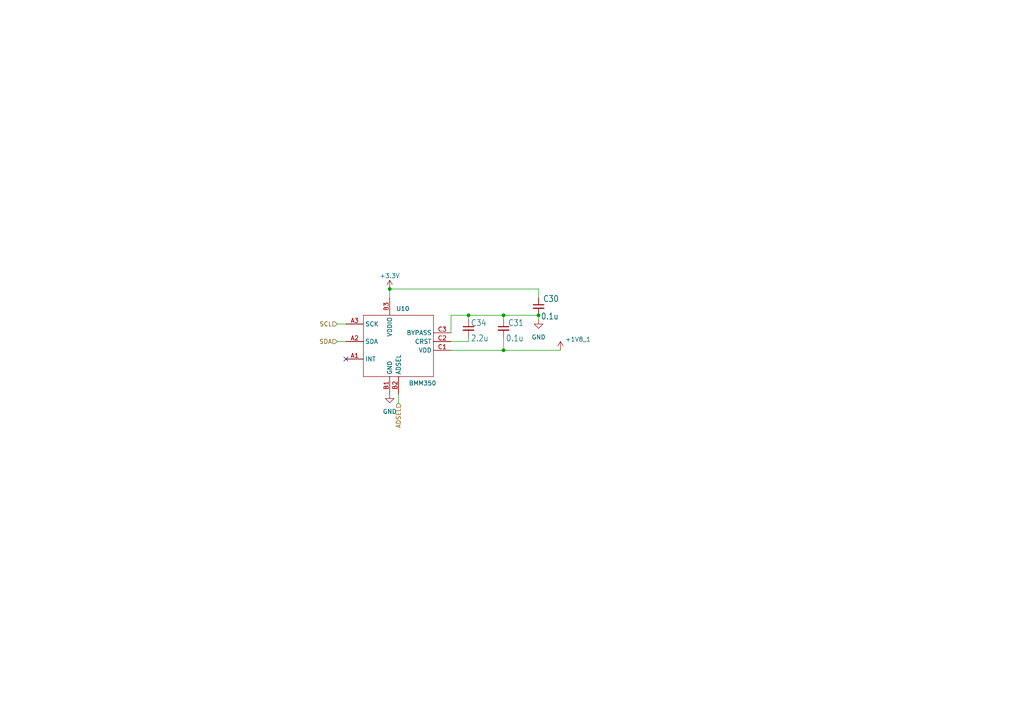
<source format=kicad_sch>
(kicad_sch
	(version 20231120)
	(generator "eeschema")
	(generator_version "8.0")
	(uuid "5385a938-1d47-447a-a051-0698b4286623")
	(paper "A4")
	(lib_symbols
		(symbol "BRGRavionics-eagle-import:BMM350"
			(exclude_from_sim no)
			(in_bom yes)
			(on_board yes)
			(property "Reference" "U$3"
				(at 0 0 0)
				(effects
					(font
						(size 1.27 1.27)
					)
					(hide yes)
				)
			)
			(property "Value" "BMM350"
				(at 0 0 0)
				(effects
					(font
						(size 1.27 1.27)
					)
					(hide yes)
				)
			)
			(property "Footprint" "BRGRavionics:BGA9C40P3X3_128X128X50"
				(at 0 0 0)
				(effects
					(font
						(size 1.27 1.27)
					)
					(hide yes)
				)
			)
			(property "Datasheet" ""
				(at 0 0 0)
				(effects
					(font
						(size 1.27 1.27)
					)
					(hide yes)
				)
			)
			(property "Description" ""
				(at 0 0 0)
				(effects
					(font
						(size 1.27 1.27)
					)
					(hide yes)
				)
			)
			(property "ki_locked" ""
				(at 0 0 0)
				(effects
					(font
						(size 1.27 1.27)
					)
				)
			)
			(symbol "BMM350_1_0"
				(polyline
					(pts
						(xy -7.62 -10.16) (xy -7.62 7.62)
					)
					(stroke
						(width 0.1524)
						(type solid)
					)
					(fill
						(type none)
					)
				)
				(polyline
					(pts
						(xy -7.62 7.62) (xy 12.7 7.62)
					)
					(stroke
						(width 0.1524)
						(type solid)
					)
					(fill
						(type none)
					)
				)
				(polyline
					(pts
						(xy 12.7 -10.16) (xy -7.62 -10.16)
					)
					(stroke
						(width 0.1524)
						(type solid)
					)
					(fill
						(type none)
					)
				)
				(polyline
					(pts
						(xy 12.7 7.62) (xy 12.7 -10.16)
					)
					(stroke
						(width 0.1524)
						(type solid)
					)
					(fill
						(type none)
					)
				)
				(pin bidirectional line
					(at -12.7 -5.08 0)
					(length 5.08)
					(name "INT"
						(effects
							(font
								(size 1.27 1.27)
							)
						)
					)
					(number "A1"
						(effects
							(font
								(size 1.27 1.27)
							)
						)
					)
				)
				(pin bidirectional line
					(at -12.7 0 0)
					(length 5.08)
					(name "SDA"
						(effects
							(font
								(size 1.27 1.27)
							)
						)
					)
					(number "A2"
						(effects
							(font
								(size 1.27 1.27)
							)
						)
					)
				)
				(pin bidirectional line
					(at -12.7 5.08 0)
					(length 5.08)
					(name "SCK"
						(effects
							(font
								(size 1.27 1.27)
							)
						)
					)
					(number "A3"
						(effects
							(font
								(size 1.27 1.27)
							)
						)
					)
				)
				(pin bidirectional line
					(at 0 -15.24 90)
					(length 5.08)
					(name "GND"
						(effects
							(font
								(size 1.27 1.27)
							)
						)
					)
					(number "B1"
						(effects
							(font
								(size 1.27 1.27)
							)
						)
					)
				)
				(pin bidirectional line
					(at 2.54 -15.24 90)
					(length 5.08)
					(name "ADSEL"
						(effects
							(font
								(size 1.27 1.27)
							)
						)
					)
					(number "B2"
						(effects
							(font
								(size 1.27 1.27)
							)
						)
					)
				)
				(pin bidirectional line
					(at 0 12.7 270)
					(length 5.08)
					(name "VDDIO"
						(effects
							(font
								(size 1.27 1.27)
							)
						)
					)
					(number "B3"
						(effects
							(font
								(size 1.27 1.27)
							)
						)
					)
				)
				(pin bidirectional line
					(at 17.78 -2.54 180)
					(length 5.08)
					(name "VDD"
						(effects
							(font
								(size 1.27 1.27)
							)
						)
					)
					(number "C1"
						(effects
							(font
								(size 1.27 1.27)
							)
						)
					)
				)
				(pin bidirectional line
					(at 17.78 0 180)
					(length 5.08)
					(name "CRST"
						(effects
							(font
								(size 1.27 1.27)
							)
						)
					)
					(number "C2"
						(effects
							(font
								(size 1.27 1.27)
							)
						)
					)
				)
				(pin bidirectional line
					(at 17.78 2.54 180)
					(length 5.08)
					(name "BYPASS"
						(effects
							(font
								(size 1.27 1.27)
							)
						)
					)
					(number "C3"
						(effects
							(font
								(size 1.27 1.27)
							)
						)
					)
				)
			)
		)
		(symbol "Device:C_Small"
			(pin_numbers hide)
			(pin_names
				(offset 0.254) hide)
			(exclude_from_sim no)
			(in_bom yes)
			(on_board yes)
			(property "Reference" "C"
				(at 0.254 1.778 0)
				(effects
					(font
						(size 1.27 1.27)
					)
					(justify left)
				)
			)
			(property "Value" "C_Small"
				(at 0.254 -2.032 0)
				(effects
					(font
						(size 1.27 1.27)
					)
					(justify left)
				)
			)
			(property "Footprint" ""
				(at 0 0 0)
				(effects
					(font
						(size 1.27 1.27)
					)
					(hide yes)
				)
			)
			(property "Datasheet" "~"
				(at 0 0 0)
				(effects
					(font
						(size 1.27 1.27)
					)
					(hide yes)
				)
			)
			(property "Description" "Unpolarized capacitor, small symbol"
				(at 0 0 0)
				(effects
					(font
						(size 1.27 1.27)
					)
					(hide yes)
				)
			)
			(property "ki_keywords" "capacitor cap"
				(at 0 0 0)
				(effects
					(font
						(size 1.27 1.27)
					)
					(hide yes)
				)
			)
			(property "ki_fp_filters" "C_*"
				(at 0 0 0)
				(effects
					(font
						(size 1.27 1.27)
					)
					(hide yes)
				)
			)
			(symbol "C_Small_0_1"
				(polyline
					(pts
						(xy -1.524 -0.508) (xy 1.524 -0.508)
					)
					(stroke
						(width 0.3302)
						(type default)
					)
					(fill
						(type none)
					)
				)
				(polyline
					(pts
						(xy -1.524 0.508) (xy 1.524 0.508)
					)
					(stroke
						(width 0.3048)
						(type default)
					)
					(fill
						(type none)
					)
				)
			)
			(symbol "C_Small_1_1"
				(pin passive line
					(at 0 2.54 270)
					(length 2.032)
					(name "~"
						(effects
							(font
								(size 1.27 1.27)
							)
						)
					)
					(number "1"
						(effects
							(font
								(size 1.27 1.27)
							)
						)
					)
				)
				(pin passive line
					(at 0 -2.54 90)
					(length 2.032)
					(name "~"
						(effects
							(font
								(size 1.27 1.27)
							)
						)
					)
					(number "2"
						(effects
							(font
								(size 1.27 1.27)
							)
						)
					)
				)
			)
		)
		(symbol "power:+1V8_1"
			(power)
			(pin_names
				(offset 0)
			)
			(exclude_from_sim no)
			(in_bom yes)
			(on_board yes)
			(property "Reference" "#PWR022"
				(at 0 -3.81 0)
				(effects
					(font
						(size 1.27 1.27)
					)
					(hide yes)
				)
			)
			(property "Value" "+1V8_1"
				(at 0 3.175 0)
				(effects
					(font
						(size 1.27 1.27)
					)
				)
			)
			(property "Footprint" ""
				(at 0 0 0)
				(effects
					(font
						(size 1.27 1.27)
					)
					(hide yes)
				)
			)
			(property "Datasheet" ""
				(at 0 0 0)
				(effects
					(font
						(size 1.27 1.27)
					)
					(hide yes)
				)
			)
			(property "Description" "Power symbol creates a global label with name \"+1V8\""
				(at 0 0 0)
				(effects
					(font
						(size 1.27 1.27)
					)
					(hide yes)
				)
			)
			(property "ki_keywords" "global power"
				(at 0 0 0)
				(effects
					(font
						(size 1.27 1.27)
					)
					(hide yes)
				)
			)
			(symbol "+1V8_1_0_1"
				(polyline
					(pts
						(xy -0.762 1.27) (xy 0 2.54)
					)
					(stroke
						(width 0)
						(type default)
					)
					(fill
						(type none)
					)
				)
				(polyline
					(pts
						(xy 0 0) (xy 0 2.54)
					)
					(stroke
						(width 0)
						(type default)
					)
					(fill
						(type none)
					)
				)
				(polyline
					(pts
						(xy 0 2.54) (xy 0.762 1.27)
					)
					(stroke
						(width 0)
						(type default)
					)
					(fill
						(type none)
					)
				)
			)
			(symbol "+1V8_1_1_1"
				(pin power_in line
					(at 0 0 90)
					(length 0) hide
					(name "+1V8_1"
						(effects
							(font
								(size 1.27 1.27)
							)
						)
					)
					(number "1"
						(effects
							(font
								(size 1.27 1.27)
							)
						)
					)
				)
			)
		)
		(symbol "power:+3.3V"
			(power)
			(pin_names
				(offset 0)
			)
			(exclude_from_sim no)
			(in_bom yes)
			(on_board yes)
			(property "Reference" "#PWR"
				(at 0 -3.81 0)
				(effects
					(font
						(size 1.27 1.27)
					)
					(hide yes)
				)
			)
			(property "Value" "+3.3V"
				(at 0 3.556 0)
				(effects
					(font
						(size 1.27 1.27)
					)
				)
			)
			(property "Footprint" ""
				(at 0 0 0)
				(effects
					(font
						(size 1.27 1.27)
					)
					(hide yes)
				)
			)
			(property "Datasheet" ""
				(at 0 0 0)
				(effects
					(font
						(size 1.27 1.27)
					)
					(hide yes)
				)
			)
			(property "Description" "Power symbol creates a global label with name \"+3.3V\""
				(at 0 0 0)
				(effects
					(font
						(size 1.27 1.27)
					)
					(hide yes)
				)
			)
			(property "ki_keywords" "global power"
				(at 0 0 0)
				(effects
					(font
						(size 1.27 1.27)
					)
					(hide yes)
				)
			)
			(symbol "+3.3V_0_1"
				(polyline
					(pts
						(xy -0.762 1.27) (xy 0 2.54)
					)
					(stroke
						(width 0)
						(type default)
					)
					(fill
						(type none)
					)
				)
				(polyline
					(pts
						(xy 0 0) (xy 0 2.54)
					)
					(stroke
						(width 0)
						(type default)
					)
					(fill
						(type none)
					)
				)
				(polyline
					(pts
						(xy 0 2.54) (xy 0.762 1.27)
					)
					(stroke
						(width 0)
						(type default)
					)
					(fill
						(type none)
					)
				)
			)
			(symbol "+3.3V_1_1"
				(pin power_in line
					(at 0 0 90)
					(length 0) hide
					(name "+3.3V"
						(effects
							(font
								(size 1.27 1.27)
							)
						)
					)
					(number "1"
						(effects
							(font
								(size 1.27 1.27)
							)
						)
					)
				)
			)
		)
		(symbol "power:GND"
			(power)
			(pin_names
				(offset 0)
			)
			(exclude_from_sim no)
			(in_bom yes)
			(on_board yes)
			(property "Reference" "#PWR"
				(at 0 -6.35 0)
				(effects
					(font
						(size 1.27 1.27)
					)
					(hide yes)
				)
			)
			(property "Value" "GND"
				(at 0 -3.81 0)
				(effects
					(font
						(size 1.27 1.27)
					)
				)
			)
			(property "Footprint" ""
				(at 0 0 0)
				(effects
					(font
						(size 1.27 1.27)
					)
					(hide yes)
				)
			)
			(property "Datasheet" ""
				(at 0 0 0)
				(effects
					(font
						(size 1.27 1.27)
					)
					(hide yes)
				)
			)
			(property "Description" "Power symbol creates a global label with name \"GND\" , ground"
				(at 0 0 0)
				(effects
					(font
						(size 1.27 1.27)
					)
					(hide yes)
				)
			)
			(property "ki_keywords" "global power"
				(at 0 0 0)
				(effects
					(font
						(size 1.27 1.27)
					)
					(hide yes)
				)
			)
			(symbol "GND_0_1"
				(polyline
					(pts
						(xy 0 0) (xy 0 -1.27) (xy 1.27 -1.27) (xy 0 -2.54) (xy -1.27 -1.27) (xy 0 -1.27)
					)
					(stroke
						(width 0)
						(type default)
					)
					(fill
						(type none)
					)
				)
			)
			(symbol "GND_1_1"
				(pin power_in line
					(at 0 0 270)
					(length 0) hide
					(name "GND"
						(effects
							(font
								(size 1.27 1.27)
							)
						)
					)
					(number "1"
						(effects
							(font
								(size 1.27 1.27)
							)
						)
					)
				)
			)
		)
	)
	(junction
		(at 113.03 83.82)
		(diameter 0)
		(color 0 0 0 0)
		(uuid "0ccd131c-0802-4a3f-966a-160afce6092f")
	)
	(junction
		(at 146.05 101.6)
		(diameter 0)
		(color 0 0 0 0)
		(uuid "2386a68f-562a-45c2-a64f-42ebe30b45ff")
	)
	(junction
		(at 146.05 91.44)
		(diameter 0)
		(color 0 0 0 0)
		(uuid "c62824af-e87f-4106-8a85-0f738568a803")
	)
	(junction
		(at 156.21 91.44)
		(diameter 0)
		(color 0 0 0 0)
		(uuid "d7a63fc5-41c6-4061-9164-354c8b7af32c")
	)
	(junction
		(at 135.89 91.44)
		(diameter 0)
		(color 0 0 0 0)
		(uuid "e9abd017-2ca6-403a-8f5f-f68ea3e66cb3")
	)
	(no_connect
		(at 100.33 104.14)
		(uuid "a207e058-41cb-492a-95c7-7caf818ab802")
	)
	(wire
		(pts
			(xy 135.89 99.06) (xy 130.81 99.06)
		)
		(stroke
			(width 0.1524)
			(type solid)
		)
		(uuid "078137aa-e608-4a75-a86d-2333a274436b")
	)
	(wire
		(pts
			(xy 130.81 101.6) (xy 146.05 101.6)
		)
		(stroke
			(width 0.1524)
			(type solid)
		)
		(uuid "284e52c8-9853-4553-bf3d-0919ab773be3")
	)
	(wire
		(pts
			(xy 135.89 92.71) (xy 135.89 91.44)
		)
		(stroke
			(width 0)
			(type default)
		)
		(uuid "46987b63-f144-4ff8-9e80-2f99c9f6405d")
	)
	(wire
		(pts
			(xy 135.89 91.44) (xy 146.05 91.44)
		)
		(stroke
			(width 0.1524)
			(type solid)
		)
		(uuid "48a9aeee-2762-48f5-92fb-f9edbdf5d85e")
	)
	(wire
		(pts
			(xy 130.81 96.52) (xy 130.81 91.44)
		)
		(stroke
			(width 0.1524)
			(type solid)
		)
		(uuid "4d33f37b-f20c-49ab-96eb-ae9e307577d6")
	)
	(wire
		(pts
			(xy 146.05 97.79) (xy 146.05 101.6)
		)
		(stroke
			(width 0.1524)
			(type solid)
		)
		(uuid "65d8a1da-65e2-4d0a-81e6-8c1e596c62bb")
	)
	(wire
		(pts
			(xy 130.81 91.44) (xy 135.89 91.44)
		)
		(stroke
			(width 0.1524)
			(type solid)
		)
		(uuid "6f634d35-571b-421f-b9bc-87f14710575a")
	)
	(wire
		(pts
			(xy 156.21 91.44) (xy 156.21 92.71)
		)
		(stroke
			(width 0)
			(type default)
		)
		(uuid "6fe00442-7429-4dd1-9a38-e3e58c29f834")
	)
	(wire
		(pts
			(xy 97.79 99.06) (xy 100.33 99.06)
		)
		(stroke
			(width 0)
			(type default)
		)
		(uuid "9a0e292c-8911-4879-9a5f-7c25dc8a138d")
	)
	(wire
		(pts
			(xy 156.21 86.36) (xy 156.21 83.82)
		)
		(stroke
			(width 0)
			(type default)
		)
		(uuid "b8c35bcf-621f-4557-8847-637699d7a50e")
	)
	(wire
		(pts
			(xy 156.21 83.82) (xy 113.03 83.82)
		)
		(stroke
			(width 0.1524)
			(type solid)
		)
		(uuid "bfccde56-1c1f-458f-aa24-2de236db18ab")
	)
	(wire
		(pts
			(xy 113.03 83.82) (xy 113.03 86.36)
		)
		(stroke
			(width 0.1524)
			(type solid)
		)
		(uuid "c370758c-a804-46cd-b65b-af1ab05a537f")
	)
	(wire
		(pts
			(xy 146.05 92.71) (xy 146.05 91.44)
		)
		(stroke
			(width 0)
			(type default)
		)
		(uuid "ca7b5815-116c-4b23-bb59-46fed9dbfe08")
	)
	(wire
		(pts
			(xy 135.89 97.79) (xy 135.89 99.06)
		)
		(stroke
			(width 0.1524)
			(type solid)
		)
		(uuid "cc6adfc7-b6e1-477b-8a0d-0c0c0351e447")
	)
	(wire
		(pts
			(xy 115.57 114.3) (xy 115.57 116.84)
		)
		(stroke
			(width 0)
			(type default)
		)
		(uuid "ddae83b1-2bdf-4905-82ae-e2ab153997a6")
	)
	(wire
		(pts
			(xy 156.21 91.44) (xy 146.05 91.44)
		)
		(stroke
			(width 0.1524)
			(type solid)
		)
		(uuid "e6995b5a-ada7-4a98-ba7a-897fe0c640fd")
	)
	(wire
		(pts
			(xy 146.05 101.6) (xy 162.56 101.6)
		)
		(stroke
			(width 0)
			(type default)
		)
		(uuid "e783c5b4-66b6-4cb1-ae8f-67bd65aca3bc")
	)
	(wire
		(pts
			(xy 97.79 93.98) (xy 100.33 93.98)
		)
		(stroke
			(width 0)
			(type default)
		)
		(uuid "fd44cf4b-2f32-459c-ad4b-cb3402940d20")
	)
	(hierarchical_label "SCL"
		(shape input)
		(at 97.79 93.98 180)
		(fields_autoplaced yes)
		(effects
			(font
				(size 1.27 1.27)
			)
			(justify right)
		)
		(uuid "746fe5d5-4add-426f-bc92-e93329e5237b")
	)
	(hierarchical_label "ADSEL"
		(shape input)
		(at 115.57 116.84 270)
		(fields_autoplaced yes)
		(effects
			(font
				(size 1.27 1.27)
			)
			(justify right)
		)
		(uuid "bc880fc5-de08-4315-b75d-30458eb9da3c")
	)
	(hierarchical_label "SDA"
		(shape input)
		(at 97.79 99.06 180)
		(fields_autoplaced yes)
		(effects
			(font
				(size 1.27 1.27)
			)
			(justify right)
		)
		(uuid "d823bec9-1fb9-4f33-9d33-265c02308dd2")
	)
	(symbol
		(lib_id "BRGRavionics-eagle-import:BMM350")
		(at 113.03 99.06 0)
		(unit 1)
		(exclude_from_sim no)
		(in_bom yes)
		(on_board yes)
		(dnp no)
		(uuid "04c55339-1cb8-4310-92d9-96d442daf6b9")
		(property "Reference" "U10"
			(at 116.84 89.535 0)
			(effects
				(font
					(size 1.27 1.27)
				)
			)
		)
		(property "Value" "BMM350"
			(at 122.555 111.125 0)
			(effects
				(font
					(size 1.27 1.27)
				)
			)
		)
		(property "Footprint" "BRGRavionics:BGA9C40P3X3_128X128X50"
			(at 113.03 99.06 0)
			(effects
				(font
					(size 1.27 1.27)
				)
				(hide yes)
			)
		)
		(property "Datasheet" ""
			(at 113.03 99.06 0)
			(effects
				(font
					(size 1.27 1.27)
				)
				(hide yes)
			)
		)
		(property "Description" ""
			(at 113.03 99.06 0)
			(effects
				(font
					(size 1.27 1.27)
				)
				(hide yes)
			)
		)
		(pin "A1"
			(uuid "93218848-c076-4d0e-b275-0af7af24683c")
		)
		(pin "A2"
			(uuid "2ccf288d-f4d3-49f8-be71-eed7e8f834f4")
		)
		(pin "A3"
			(uuid "9f42762a-7543-4a01-9baa-8e4ac0b811db")
		)
		(pin "B1"
			(uuid "1f131261-b22e-446a-b104-161b32804a19")
		)
		(pin "B2"
			(uuid "5829c72f-151e-43b6-991f-a4224e4db7bb")
		)
		(pin "B3"
			(uuid "56c734a7-215f-4e73-97d6-5210fbd844a1")
		)
		(pin "C1"
			(uuid "3b093015-ff6d-4d11-8ed8-3f56c28c8379")
		)
		(pin "C2"
			(uuid "73955827-b6b1-4a2c-b48c-337c5cecc282")
		)
		(pin "C3"
			(uuid "98da0d90-3718-48af-b06c-e505c3a062a2")
		)
		(instances
			(project "BRGRavionics2.4.1"
				(path "/4e6fd9e4-e85c-45d6-9f9c-1f20b37f8bd7/94a20f67-cfed-452c-b3c3-f7cd4b93d342"
					(reference "U10")
					(unit 1)
				)
				(path "/4e6fd9e4-e85c-45d6-9f9c-1f20b37f8bd7/cc16682b-e6c7-4474-b41c-8c2e1724d646"
					(reference "U1")
					(unit 1)
				)
			)
		)
	)
	(symbol
		(lib_id "Device:C_Small")
		(at 156.21 88.9 0)
		(unit 1)
		(exclude_from_sim no)
		(in_bom yes)
		(on_board yes)
		(dnp no)
		(uuid "082f875a-36ca-4e43-a5ec-8feed5bfc0e4")
		(property "Reference" "C30"
			(at 157.48 87.63 0)
			(effects
				(font
					(size 1.778 1.5113)
				)
				(justify left bottom)
			)
		)
		(property "Value" "0.1u"
			(at 156.845 92.71 0)
			(effects
				(font
					(size 1.778 1.5113)
				)
				(justify left bottom)
			)
		)
		(property "Footprint" "Capacitor_SMD:C_0603_1608Metric"
			(at 156.21 88.9 0)
			(effects
				(font
					(size 1.27 1.27)
				)
				(hide yes)
			)
		)
		(property "Datasheet" "~"
			(at 156.21 88.9 0)
			(effects
				(font
					(size 1.27 1.27)
				)
				(hide yes)
			)
		)
		(property "Description" ""
			(at 156.21 88.9 0)
			(effects
				(font
					(size 1.27 1.27)
				)
				(hide yes)
			)
		)
		(pin "1"
			(uuid "2c0a88f5-1dd7-4a8c-b4b4-5f89ede55895")
		)
		(pin "2"
			(uuid "bf511197-efe5-4031-9090-c2cab326eb1f")
		)
		(instances
			(project "BRGRavionics2.4.1"
				(path "/4e6fd9e4-e85c-45d6-9f9c-1f20b37f8bd7/94a20f67-cfed-452c-b3c3-f7cd4b93d342"
					(reference "C30")
					(unit 1)
				)
				(path "/4e6fd9e4-e85c-45d6-9f9c-1f20b37f8bd7/cc16682b-e6c7-4474-b41c-8c2e1724d646"
					(reference "C3")
					(unit 1)
				)
			)
		)
	)
	(symbol
		(lib_id "power:GND")
		(at 113.03 114.3 0)
		(unit 1)
		(exclude_from_sim no)
		(in_bom yes)
		(on_board yes)
		(dnp no)
		(fields_autoplaced yes)
		(uuid "410ef479-5df2-439a-9e3d-20ae9f235d95")
		(property "Reference" "#PWR035"
			(at 113.03 120.65 0)
			(effects
				(font
					(size 1.27 1.27)
				)
				(hide yes)
			)
		)
		(property "Value" "GND"
			(at 113.03 119.38 0)
			(effects
				(font
					(size 1.27 1.27)
				)
			)
		)
		(property "Footprint" ""
			(at 113.03 114.3 0)
			(effects
				(font
					(size 1.27 1.27)
				)
				(hide yes)
			)
		)
		(property "Datasheet" ""
			(at 113.03 114.3 0)
			(effects
				(font
					(size 1.27 1.27)
				)
				(hide yes)
			)
		)
		(property "Description" ""
			(at 113.03 114.3 0)
			(effects
				(font
					(size 1.27 1.27)
				)
				(hide yes)
			)
		)
		(pin "1"
			(uuid "d9d3b512-76e2-4aca-b157-3d1a108a90fb")
		)
		(instances
			(project "BRGRavionics2.4.1"
				(path "/4e6fd9e4-e85c-45d6-9f9c-1f20b37f8bd7/94a20f67-cfed-452c-b3c3-f7cd4b93d342"
					(reference "#PWR036")
					(unit 1)
				)
				(path "/4e6fd9e4-e85c-45d6-9f9c-1f20b37f8bd7/cc16682b-e6c7-4474-b41c-8c2e1724d646"
					(reference "#PWR035")
					(unit 1)
				)
			)
		)
	)
	(symbol
		(lib_id "power:+1V8_1")
		(at 162.56 101.6 0)
		(unit 1)
		(exclude_from_sim no)
		(in_bom yes)
		(on_board yes)
		(dnp no)
		(uuid "ab029816-ebda-4882-a85a-a5151443c5dc")
		(property "Reference" "#PWR037"
			(at 162.56 105.41 0)
			(effects
				(font
					(size 1.27 1.27)
				)
				(hide yes)
			)
		)
		(property "Value" "+1V8_1"
			(at 167.64 98.425 0)
			(effects
				(font
					(size 1.27 1.27)
				)
			)
		)
		(property "Footprint" ""
			(at 162.56 101.6 0)
			(effects
				(font
					(size 1.27 1.27)
				)
				(hide yes)
			)
		)
		(property "Datasheet" ""
			(at 162.56 101.6 0)
			(effects
				(font
					(size 1.27 1.27)
				)
				(hide yes)
			)
		)
		(property "Description" ""
			(at 162.56 101.6 0)
			(effects
				(font
					(size 1.27 1.27)
				)
				(hide yes)
			)
		)
		(pin "1"
			(uuid "a1be5be8-9ad8-4acf-ab8b-a145f621b756")
		)
		(instances
			(project "BRGRavionics2.4.1"
				(path "/4e6fd9e4-e85c-45d6-9f9c-1f20b37f8bd7/94a20f67-cfed-452c-b3c3-f7cd4b93d342"
					(reference "#PWR038")
					(unit 1)
				)
				(path "/4e6fd9e4-e85c-45d6-9f9c-1f20b37f8bd7/cc16682b-e6c7-4474-b41c-8c2e1724d646"
					(reference "#PWR037")
					(unit 1)
				)
			)
		)
	)
	(symbol
		(lib_id "Device:C_Small")
		(at 146.05 95.25 0)
		(unit 1)
		(exclude_from_sim no)
		(in_bom yes)
		(on_board yes)
		(dnp no)
		(uuid "c11c32bf-8af1-4c4a-8d0c-e37194a5d85a")
		(property "Reference" "C31"
			(at 147.32 94.615 0)
			(effects
				(font
					(size 1.778 1.5113)
				)
				(justify left bottom)
			)
		)
		(property "Value" "0.1u"
			(at 146.685 99.06 0)
			(effects
				(font
					(size 1.778 1.5113)
				)
				(justify left bottom)
			)
		)
		(property "Footprint" "Capacitor_SMD:C_0603_1608Metric"
			(at 146.05 95.25 0)
			(effects
				(font
					(size 1.27 1.27)
				)
				(hide yes)
			)
		)
		(property "Datasheet" "~"
			(at 146.05 95.25 0)
			(effects
				(font
					(size 1.27 1.27)
				)
				(hide yes)
			)
		)
		(property "Description" ""
			(at 146.05 95.25 0)
			(effects
				(font
					(size 1.27 1.27)
				)
				(hide yes)
			)
		)
		(pin "1"
			(uuid "ab66efe0-60c3-4594-bbd6-fb53320d288b")
		)
		(pin "2"
			(uuid "9e48309a-3b96-42c8-9288-451270ec02d4")
		)
		(instances
			(project "BRGRavionics2.4.1"
				(path "/4e6fd9e4-e85c-45d6-9f9c-1f20b37f8bd7/94a20f67-cfed-452c-b3c3-f7cd4b93d342"
					(reference "C31")
					(unit 1)
				)
				(path "/4e6fd9e4-e85c-45d6-9f9c-1f20b37f8bd7/cc16682b-e6c7-4474-b41c-8c2e1724d646"
					(reference "C2")
					(unit 1)
				)
			)
		)
	)
	(symbol
		(lib_id "power:GND")
		(at 156.21 92.71 0)
		(unit 1)
		(exclude_from_sim no)
		(in_bom yes)
		(on_board yes)
		(dnp no)
		(fields_autoplaced yes)
		(uuid "ca13b7ba-bdff-4408-b94a-f4c8165d7c8a")
		(property "Reference" "#PWR033"
			(at 156.21 99.06 0)
			(effects
				(font
					(size 1.27 1.27)
				)
				(hide yes)
			)
		)
		(property "Value" "GND"
			(at 156.21 97.79 0)
			(effects
				(font
					(size 1.27 1.27)
				)
			)
		)
		(property "Footprint" ""
			(at 156.21 92.71 0)
			(effects
				(font
					(size 1.27 1.27)
				)
				(hide yes)
			)
		)
		(property "Datasheet" ""
			(at 156.21 92.71 0)
			(effects
				(font
					(size 1.27 1.27)
				)
				(hide yes)
			)
		)
		(property "Description" ""
			(at 156.21 92.71 0)
			(effects
				(font
					(size 1.27 1.27)
				)
				(hide yes)
			)
		)
		(pin "1"
			(uuid "cc51a4b0-ac05-4e65-a285-ba9996af980f")
		)
		(instances
			(project "BRGRavionics2.4.1"
				(path "/4e6fd9e4-e85c-45d6-9f9c-1f20b37f8bd7/94a20f67-cfed-452c-b3c3-f7cd4b93d342"
					(reference "#PWR034")
					(unit 1)
				)
				(path "/4e6fd9e4-e85c-45d6-9f9c-1f20b37f8bd7/cc16682b-e6c7-4474-b41c-8c2e1724d646"
					(reference "#PWR033")
					(unit 1)
				)
			)
		)
	)
	(symbol
		(lib_id "Device:C_Small")
		(at 135.89 95.25 0)
		(unit 1)
		(exclude_from_sim no)
		(in_bom yes)
		(on_board yes)
		(dnp no)
		(uuid "f28256e2-42b4-4386-a2a2-380dbd07c6f1")
		(property "Reference" "C34"
			(at 136.525 94.615 0)
			(effects
				(font
					(size 1.778 1.5113)
				)
				(justify left bottom)
			)
		)
		(property "Value" "2.2u"
			(at 136.525 99.06 0)
			(effects
				(font
					(size 1.778 1.5113)
				)
				(justify left bottom)
			)
		)
		(property "Footprint" "Capacitor_SMD:C_0603_1608Metric"
			(at 135.89 95.25 0)
			(effects
				(font
					(size 1.27 1.27)
				)
				(hide yes)
			)
		)
		(property "Datasheet" "~"
			(at 135.89 95.25 0)
			(effects
				(font
					(size 1.27 1.27)
				)
				(hide yes)
			)
		)
		(property "Description" ""
			(at 135.89 95.25 0)
			(effects
				(font
					(size 1.27 1.27)
				)
				(hide yes)
			)
		)
		(pin "1"
			(uuid "104137ff-a535-49a0-a65b-d5e3fae02f0e")
		)
		(pin "2"
			(uuid "2a7fb99f-48ea-45f6-9003-c73037150ca9")
		)
		(instances
			(project "BRGRavionics2.4.1"
				(path "/4e6fd9e4-e85c-45d6-9f9c-1f20b37f8bd7/94a20f67-cfed-452c-b3c3-f7cd4b93d342"
					(reference "C34")
					(unit 1)
				)
				(path "/4e6fd9e4-e85c-45d6-9f9c-1f20b37f8bd7/cc16682b-e6c7-4474-b41c-8c2e1724d646"
					(reference "C1")
					(unit 1)
				)
			)
		)
	)
	(symbol
		(lib_id "power:+3.3V")
		(at 113.03 83.82 0)
		(unit 1)
		(exclude_from_sim no)
		(in_bom yes)
		(on_board yes)
		(dnp no)
		(fields_autoplaced yes)
		(uuid "f5411a52-c55c-4801-90c5-9e574a8bf47f")
		(property "Reference" "#PWR0101"
			(at 113.03 87.63 0)
			(effects
				(font
					(size 1.27 1.27)
				)
				(hide yes)
			)
		)
		(property "Value" "+3.3V"
			(at 113.03 80.01 0)
			(effects
				(font
					(size 1.27 1.27)
				)
			)
		)
		(property "Footprint" ""
			(at 113.03 83.82 0)
			(effects
				(font
					(size 1.27 1.27)
				)
				(hide yes)
			)
		)
		(property "Datasheet" ""
			(at 113.03 83.82 0)
			(effects
				(font
					(size 1.27 1.27)
				)
				(hide yes)
			)
		)
		(property "Description" ""
			(at 113.03 83.82 0)
			(effects
				(font
					(size 1.27 1.27)
				)
				(hide yes)
			)
		)
		(pin "1"
			(uuid "f2cc75c6-28ac-4449-ae54-dc4515589ecb")
		)
		(instances
			(project "BRGRavionics2.4.1"
				(path "/4e6fd9e4-e85c-45d6-9f9c-1f20b37f8bd7/94a20f67-cfed-452c-b3c3-f7cd4b93d342"
					(reference "#PWR0101")
					(unit 1)
				)
				(path "/4e6fd9e4-e85c-45d6-9f9c-1f20b37f8bd7/cc16682b-e6c7-4474-b41c-8c2e1724d646"
					(reference "#PWR013")
					(unit 1)
				)
			)
		)
	)
)

</source>
